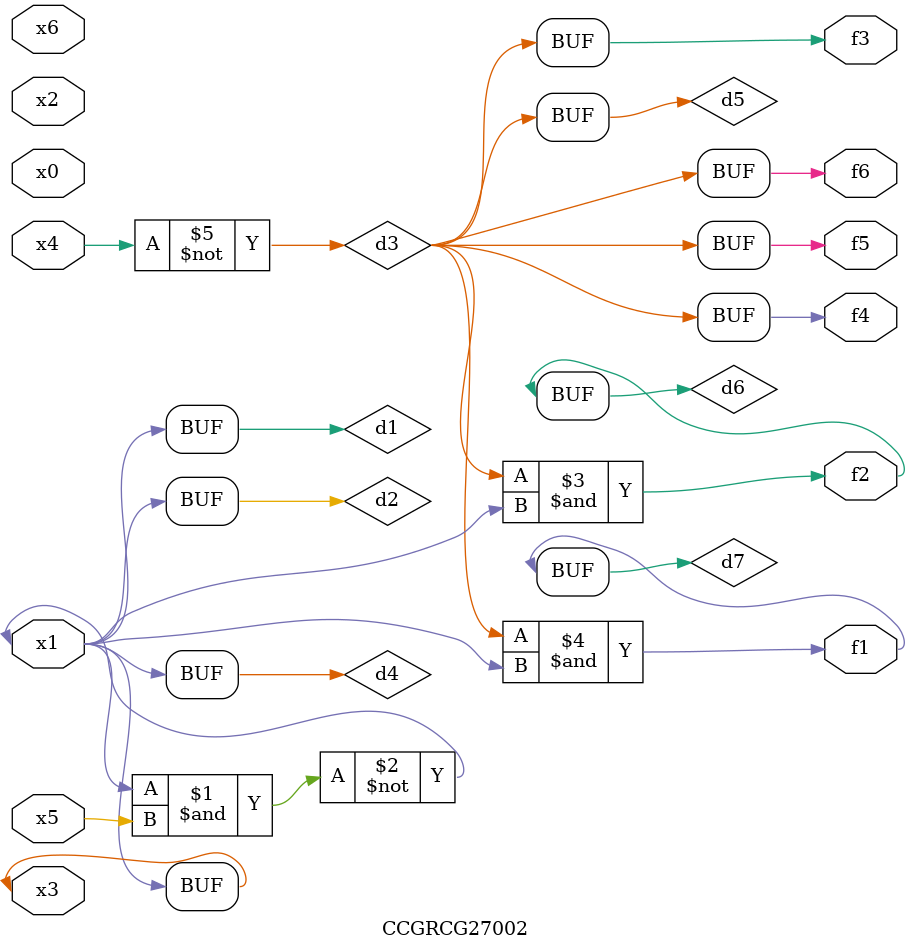
<source format=v>
module CCGRCG27002(
	input x0, x1, x2, x3, x4, x5, x6,
	output f1, f2, f3, f4, f5, f6
);

	wire d1, d2, d3, d4, d5, d6, d7;

	buf (d1, x1, x3);
	nand (d2, x1, x5);
	not (d3, x4);
	buf (d4, d1, d2);
	buf (d5, d3);
	and (d6, d3, d4);
	and (d7, d3, d4);
	assign f1 = d7;
	assign f2 = d6;
	assign f3 = d5;
	assign f4 = d5;
	assign f5 = d5;
	assign f6 = d5;
endmodule

</source>
